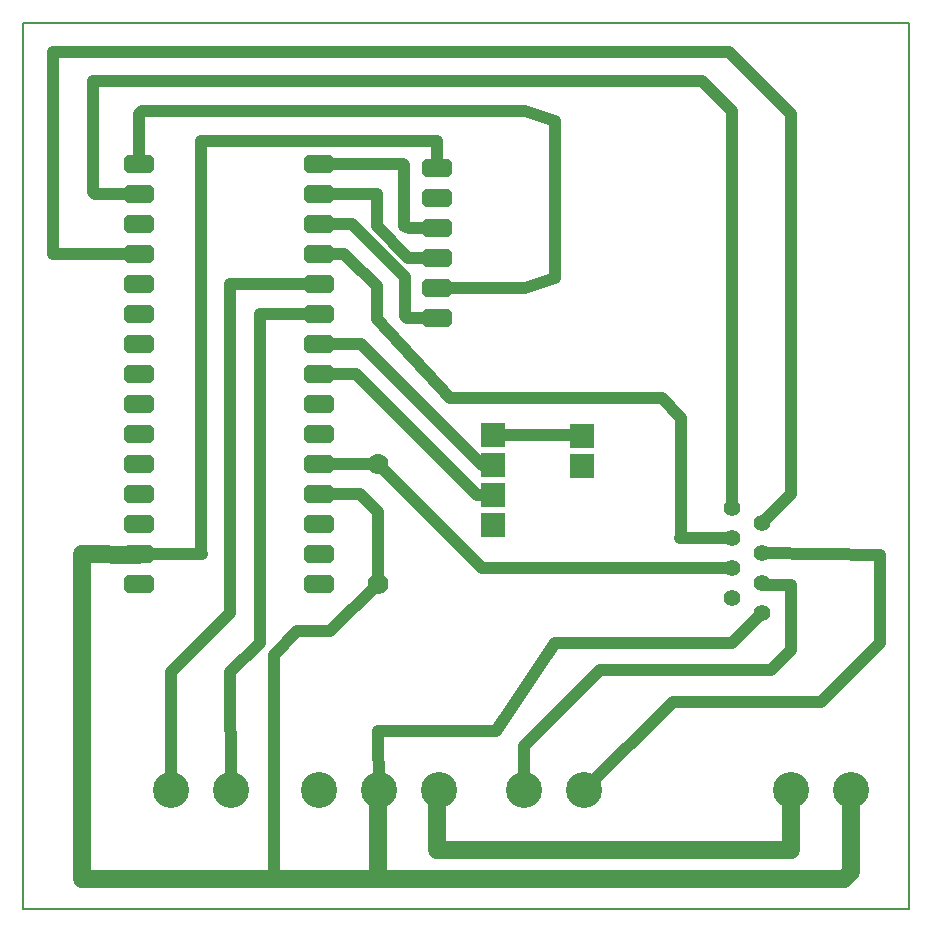
<source format=gbr>
G04 PROTEUS GERBER X2 FILE*
%TF.GenerationSoftware,Labcenter,Proteus,8.10-SP3-Build29560*%
%TF.CreationDate,2022-04-06T16:06:30+00:00*%
%TF.FileFunction,Copper,L2,Bot*%
%TF.FilePolarity,Positive*%
%TF.Part,Single*%
%TF.SameCoordinates,{9280a720-8dd3-4385-b9d9-bf93217f49df}*%
%FSLAX45Y45*%
%MOMM*%
G01*
%TA.AperFunction,Conductor*%
%ADD11C,1.016000*%
%ADD10C,1.524000*%
%TA.AperFunction,NonConductor*%
%ADD18C,1.016000*%
%AMDIL002*
4,1,8,
-1.270000,0.457200,-0.965200,0.762000,0.965200,0.762000,1.270000,0.457200,1.270000,-0.457200,
0.965200,-0.762000,-0.965200,-0.762000,-1.270000,-0.457200,-1.270000,0.457200,
0*%
%TA.AperFunction,ComponentPad*%
%ADD12DIL002*%
%TA.AperFunction,ComponentPad*%
%ADD13C,1.778000*%
%TA.AperFunction,ComponentPad*%
%ADD14R,2.032000X2.032000*%
%TA.AperFunction,ComponentPad*%
%ADD15C,3.048000*%
%TA.AperFunction,ComponentPad*%
%ADD16C,1.397000*%
%TA.AperFunction,Profile*%
%ADD17C,0.203200*%
%TD.AperFunction*%
D11*
X-9750000Y+6250000D02*
X-9750000Y+6858000D01*
X-9904000Y+7012000D01*
X-10250000Y+7012000D01*
X-9750000Y+7266000D02*
X-10250000Y+7266000D01*
X-8771000Y+7508000D02*
X-8029000Y+7508000D01*
X-8021000Y+7500000D01*
X-9750000Y+4492000D02*
X-9742000Y+4500000D01*
D10*
X-6250000Y+4500000D02*
X-6250000Y+4000000D01*
X-9247003Y+4000000D01*
X-9247003Y+4486997D01*
X-9234000Y+4500000D01*
X-5742000Y+4500000D02*
X-5742000Y+3810456D01*
X-5802456Y+3750000D01*
X-9750000Y+3750000D01*
D18*
X-11774000Y+9552000D02*
X-12147517Y+9552000D01*
X-12161890Y+9566373D01*
X-12161890Y+10503431D01*
X-7003431Y+10503431D01*
X-6750000Y+10250000D01*
X-6750000Y+6895563D01*
X-6745793Y+6891356D01*
D11*
X-10250000Y+8282000D02*
X-9894868Y+8282000D01*
X-9880735Y+8267867D01*
X-8866868Y+7254000D01*
X-8771000Y+7254000D01*
X-10250000Y+8028000D02*
X-9935022Y+8028000D01*
X-9932095Y+8025073D01*
X-8909559Y+7002537D01*
X-8890883Y+7002537D01*
X-8773537Y+7002537D01*
X-8771000Y+7000000D01*
X-9750000Y+7266000D02*
X-8865000Y+6381000D01*
X-6754000Y+6381000D01*
D10*
X-9750000Y+4492000D02*
X-9750000Y+3750000D01*
X-10500000Y+3750000D01*
D11*
X-10250000Y+8536000D02*
X-10750000Y+8536000D01*
X-10750000Y+5750000D01*
X-11000000Y+5500000D01*
X-10992000Y+4500000D01*
X-11500000Y+4500000D02*
X-11500000Y+5500000D01*
X-11000000Y+6000000D01*
X-11000000Y+8790000D01*
X-10250000Y+8790000D01*
X-11774000Y+6504000D02*
X-11239500Y+6504000D01*
X-11250000Y+6514500D01*
X-11250000Y+10000000D01*
X-9250000Y+10000000D01*
X-9250000Y+9770000D01*
X-11774000Y+9806000D02*
X-11774000Y+10223500D01*
X-11747500Y+10250000D01*
X-8500000Y+10250000D01*
X-8250000Y+10166667D01*
X-8250000Y+8836000D01*
X-8500000Y+8754000D01*
X-9250000Y+8754000D01*
X-9750000Y+6250000D02*
X-10152131Y+5847869D01*
X-10430695Y+5847869D01*
X-10629478Y+5649086D01*
X-10629478Y+3750000D01*
D10*
X-10500000Y+3750000D02*
X-10629478Y+3750000D01*
X-12250000Y+3750000D01*
X-12250000Y+6500000D01*
X-11783662Y+6494338D01*
X-11774000Y+6504000D01*
D11*
X-8000000Y+4500000D02*
X-7250000Y+5250000D01*
X-6000001Y+5250000D01*
X-5500000Y+5750001D01*
X-5500000Y+6493954D01*
X-6499748Y+6507748D01*
X-6500000Y+6508000D01*
X-6500000Y+6762000D02*
X-6250000Y+7012000D01*
X-6250000Y+10227500D01*
X-6772500Y+10750000D01*
X-12500000Y+10750000D01*
X-12500000Y+9044000D01*
X-11774000Y+9044000D01*
X-10250000Y+9298000D02*
X-9968158Y+9298000D01*
X-9517832Y+8847674D01*
X-9517832Y+8839225D01*
X-9517832Y+8517832D01*
X-9500000Y+8500000D01*
X-9250000Y+8500000D01*
X-10250000Y+9044000D02*
X-10035905Y+9044000D01*
X-10000000Y+9008095D01*
X-9760038Y+8768133D01*
X-9760038Y+8490710D01*
X-9141029Y+7821842D01*
X-7343716Y+7821842D01*
X-7179616Y+7657742D01*
X-7179616Y+6645784D01*
X-7189129Y+6636271D01*
X-6755271Y+6636271D01*
X-6754000Y+6635000D01*
X-9250000Y+9008000D02*
X-9491116Y+9008000D01*
X-9499231Y+9016115D01*
X-9759277Y+9276161D01*
X-9759277Y+9551329D01*
X-10249329Y+9551329D01*
X-10250000Y+9552000D01*
X-10250000Y+9806000D02*
X-9536575Y+9806000D01*
X-9528340Y+9797765D01*
X-9528340Y+9278340D01*
X-9488000Y+9262000D01*
X-9250000Y+9262000D01*
X-6500000Y+6254000D02*
X-6489416Y+6243416D01*
X-6250000Y+6243416D01*
X-6250000Y+5689084D01*
X-6418861Y+5520223D01*
X-7867013Y+5520223D01*
X-8510833Y+4876403D01*
X-8510833Y+4502833D01*
X-8508000Y+4500000D01*
X-9742000Y+4500000D02*
X-9750000Y+5000000D01*
X-8750000Y+5000000D01*
X-8250000Y+5750000D01*
X-6750000Y+5750000D01*
X-6500000Y+6000000D01*
D12*
X-10250000Y+6250000D03*
X-10250000Y+6504000D03*
X-10250000Y+6758000D03*
X-10250000Y+7012000D03*
X-10250000Y+7266000D03*
X-10250000Y+7520000D03*
X-10250000Y+7774000D03*
X-10250000Y+8028000D03*
X-10250000Y+8282000D03*
X-10250000Y+8536000D03*
X-10250000Y+8790000D03*
X-10250000Y+9044000D03*
X-10250000Y+9298000D03*
X-10250000Y+9552000D03*
X-10250000Y+9806000D03*
X-11774000Y+9806000D03*
X-11774000Y+9552000D03*
X-11774000Y+9298000D03*
X-11774000Y+9044000D03*
X-11774000Y+8790000D03*
X-11774000Y+8536000D03*
X-11774000Y+8282000D03*
X-11774000Y+8028000D03*
X-11774000Y+7774000D03*
X-11774000Y+7520000D03*
X-11774000Y+7266000D03*
X-11774000Y+7012000D03*
X-11774000Y+6758000D03*
X-11774000Y+6504000D03*
X-11774000Y+6250000D03*
X-9250000Y+8500000D03*
X-9250000Y+8754000D03*
X-9250000Y+9008000D03*
X-9250000Y+9262000D03*
X-9250000Y+9516000D03*
X-9250000Y+9770000D03*
D13*
X-9750000Y+6250000D03*
X-9750000Y+7266000D03*
D14*
X-8771000Y+6746000D03*
X-8771000Y+7000000D03*
X-8771000Y+7254000D03*
X-8771000Y+7508000D03*
D15*
X-6250000Y+4500000D03*
X-5742000Y+4500000D03*
X-11500000Y+4500000D03*
X-10992000Y+4500000D03*
X-8000000Y+4500000D03*
X-8508000Y+4500000D03*
X-9234000Y+4500000D03*
X-9742000Y+4500000D03*
X-10250000Y+4500000D03*
D14*
X-8021000Y+7246000D03*
X-8021000Y+7500000D03*
D16*
X-6500000Y+6000000D03*
X-6754000Y+6127000D03*
X-6500000Y+6254000D03*
X-6754000Y+6381000D03*
X-6500000Y+6508000D03*
X-6754000Y+6635000D03*
X-6500000Y+6762000D03*
X-6754000Y+6889000D03*
D17*
X-12750000Y+3500000D02*
X-5250000Y+3500000D01*
X-5250000Y+11000000D01*
X-12750000Y+11000000D01*
X-12750000Y+3500000D01*
M02*

</source>
